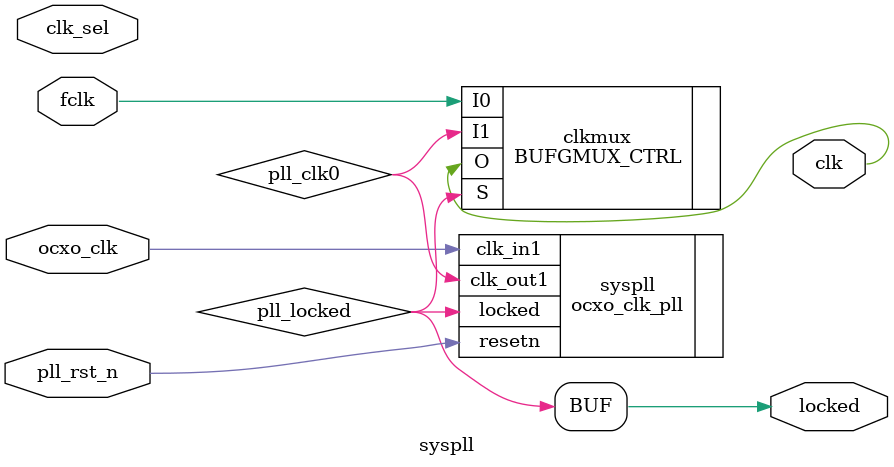
<source format=sv>


module syspll
  (
   // Clock in ports
   input logic  ocxo_clk,
   input logic  fclk,
   input logic  clk_sel,

   // Clock out ports
   output logic clk,

   // Status and control signals
   input logic  pll_rst_n,
   output logic locked
   );


   logic        pll_clk0;
   logic        pll_locked;

    ocxo_clk_pll syspll
      (
       // Clock in ports
       .clk_in1(ocxo_clk),
       // Clock out ports  
       .clk_out1(pll_clk0),
       // Status and control signals                
       .resetn(pll_rst_n),
       .locked(pll_locked)
       );


    BUFGMUX_CTRL clkmux
      (
       .O(clk),
       .I0(fclk),
       .I1(pll_clk0),
       .S(pll_locked)
       );

    
    //clkbuf: BUFG
    //    port map (
    //        O  => clk,
    //        I => pll_clk0
    //        );

   assign locked = pll_locked;

endmodule

</source>
